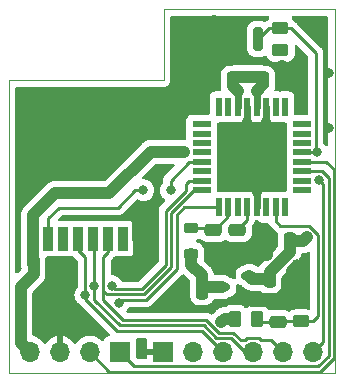
<source format=gbr>
G04 #@! TF.GenerationSoftware,KiCad,Pcbnew,(6.0.11)*
G04 #@! TF.CreationDate,2023-02-28T22:09:58+01:00*
G04 #@! TF.ProjectId,atmega328p-au--e01c-ml01s--bme280--cr2032,61746d65-6761-4333-9238-702d61752d2d,rev?*
G04 #@! TF.SameCoordinates,Original*
G04 #@! TF.FileFunction,Copper,L1,Top*
G04 #@! TF.FilePolarity,Positive*
%FSLAX46Y46*%
G04 Gerber Fmt 4.6, Leading zero omitted, Abs format (unit mm)*
G04 Created by KiCad (PCBNEW (6.0.11)) date 2023-02-28 22:09:58*
%MOMM*%
%LPD*%
G01*
G04 APERTURE LIST*
G04 Aperture macros list*
%AMRoundRect*
0 Rectangle with rounded corners*
0 $1 Rounding radius*
0 $2 $3 $4 $5 $6 $7 $8 $9 X,Y pos of 4 corners*
0 Add a 4 corners polygon primitive as box body*
4,1,4,$2,$3,$4,$5,$6,$7,$8,$9,$2,$3,0*
0 Add four circle primitives for the rounded corners*
1,1,$1+$1,$2,$3*
1,1,$1+$1,$4,$5*
1,1,$1+$1,$6,$7*
1,1,$1+$1,$8,$9*
0 Add four rect primitives between the rounded corners*
20,1,$1+$1,$2,$3,$4,$5,0*
20,1,$1+$1,$4,$5,$6,$7,0*
20,1,$1+$1,$6,$7,$8,$9,0*
20,1,$1+$1,$8,$9,$2,$3,0*%
G04 Aperture macros list end*
G04 #@! TA.AperFunction,NonConductor*
%ADD10C,0.100000*%
G04 #@! TD*
G04 #@! TA.AperFunction,SMDPad,CuDef*
%ADD11RoundRect,0.250000X0.450000X-0.262500X0.450000X0.262500X-0.450000X0.262500X-0.450000X-0.262500X0*%
G04 #@! TD*
G04 #@! TA.AperFunction,SMDPad,CuDef*
%ADD12RoundRect,0.250000X-0.262500X-0.450000X0.262500X-0.450000X0.262500X0.450000X-0.262500X0.450000X0*%
G04 #@! TD*
G04 #@! TA.AperFunction,SMDPad,CuDef*
%ADD13RoundRect,0.250000X0.475000X-0.250000X0.475000X0.250000X-0.475000X0.250000X-0.475000X-0.250000X0*%
G04 #@! TD*
G04 #@! TA.AperFunction,SMDPad,CuDef*
%ADD14R,0.900000X2.000000*%
G04 #@! TD*
G04 #@! TA.AperFunction,SMDPad,CuDef*
%ADD15RoundRect,0.250000X-0.250000X-0.475000X0.250000X-0.475000X0.250000X0.475000X-0.250000X0.475000X0*%
G04 #@! TD*
G04 #@! TA.AperFunction,SMDPad,CuDef*
%ADD16RoundRect,0.250000X-0.475000X0.250000X-0.475000X-0.250000X0.475000X-0.250000X0.475000X0.250000X0*%
G04 #@! TD*
G04 #@! TA.AperFunction,ComponentPad*
%ADD17R,1.700000X1.700000*%
G04 #@! TD*
G04 #@! TA.AperFunction,ComponentPad*
%ADD18O,1.700000X1.700000*%
G04 #@! TD*
G04 #@! TA.AperFunction,SMDPad,CuDef*
%ADD19RoundRect,0.250000X0.250000X0.475000X-0.250000X0.475000X-0.250000X-0.475000X0.250000X-0.475000X0*%
G04 #@! TD*
G04 #@! TA.AperFunction,SMDPad,CuDef*
%ADD20RoundRect,0.150000X0.512500X0.150000X-0.512500X0.150000X-0.512500X-0.150000X0.512500X-0.150000X0*%
G04 #@! TD*
G04 #@! TA.AperFunction,SMDPad,CuDef*
%ADD21RoundRect,0.218750X0.381250X-0.218750X0.381250X0.218750X-0.381250X0.218750X-0.381250X-0.218750X0*%
G04 #@! TD*
G04 #@! TA.AperFunction,SMDPad,CuDef*
%ADD22RoundRect,0.200000X0.200000X0.800000X-0.200000X0.800000X-0.200000X-0.800000X0.200000X-0.800000X0*%
G04 #@! TD*
G04 #@! TA.AperFunction,SMDPad,CuDef*
%ADD23R,0.550000X1.600000*%
G04 #@! TD*
G04 #@! TA.AperFunction,SMDPad,CuDef*
%ADD24R,1.600000X0.550000*%
G04 #@! TD*
G04 #@! TA.AperFunction,ViaPad*
%ADD25C,1.000000*%
G04 #@! TD*
G04 #@! TA.AperFunction,ViaPad*
%ADD26C,0.800000*%
G04 #@! TD*
G04 #@! TA.AperFunction,Conductor*
%ADD27C,1.000000*%
G04 #@! TD*
G04 #@! TA.AperFunction,Conductor*
%ADD28C,0.250000*%
G04 #@! TD*
G04 #@! TA.AperFunction,Conductor*
%ADD29C,0.600000*%
G04 #@! TD*
G04 APERTURE END LIST*
D10*
X122723000Y-92395000D02*
X95123000Y-92395000D01*
X95123000Y-67595000D01*
X108223000Y-67595000D01*
X108223000Y-61595000D01*
X122723000Y-61595000D01*
X122723000Y-92395000D01*
D11*
X119854250Y-86182500D03*
X119854250Y-88007500D03*
D12*
X116116750Y-87795000D03*
X114291750Y-87795000D03*
D13*
X117904250Y-86145000D03*
X117904250Y-88045000D03*
D14*
X97173000Y-80995000D03*
X98443000Y-80995000D03*
X99713000Y-80995000D03*
X100983000Y-80995000D03*
X102253000Y-80995000D03*
X103523000Y-80995000D03*
X104793000Y-80995000D03*
X106063000Y-80995000D03*
D15*
X111504250Y-85395000D03*
X109604250Y-85395000D03*
D16*
X112454250Y-82145000D03*
X112454250Y-80245000D03*
D17*
X104523000Y-90595000D03*
D18*
X101983000Y-90595000D03*
X99443000Y-90595000D03*
X96903000Y-90595000D03*
D19*
X117204250Y-84395000D03*
X119104250Y-84395000D03*
D15*
X118904250Y-81195000D03*
X117004250Y-81195000D03*
D20*
X115491750Y-86045000D03*
X115491750Y-84145000D03*
X113216750Y-85095000D03*
D19*
X99117214Y-83215336D03*
X97217214Y-83215336D03*
D21*
X110554250Y-80132500D03*
X110554250Y-82257500D03*
D22*
X116223000Y-64095000D03*
X112023000Y-64095000D03*
D17*
X108165733Y-90595000D03*
D18*
X110705733Y-90595000D03*
X113245733Y-90595000D03*
X115785733Y-90595000D03*
X118325733Y-90595000D03*
X120865733Y-90595000D03*
D15*
X116673000Y-67595000D03*
X118573000Y-67595000D03*
D19*
X114073000Y-67595000D03*
X112173000Y-67595000D03*
D16*
X114454250Y-80245000D03*
X114454250Y-82145000D03*
D23*
X118512733Y-69845000D03*
X117712733Y-69845000D03*
X116912733Y-69845000D03*
X116112733Y-69845000D03*
X115312733Y-69845000D03*
X114512733Y-69845000D03*
X113712733Y-69845000D03*
X112912733Y-69845000D03*
D24*
X111462733Y-71295000D03*
X111462733Y-72095000D03*
X111462733Y-72895000D03*
X111462733Y-73695000D03*
X111462733Y-74495000D03*
X111462733Y-75295000D03*
X111462733Y-76095000D03*
X111462733Y-76895000D03*
D23*
X112912733Y-78345000D03*
X113712733Y-78345000D03*
X114512733Y-78345000D03*
X115312733Y-78345000D03*
X116112733Y-78345000D03*
X116912733Y-78345000D03*
X117712733Y-78345000D03*
X118512733Y-78345000D03*
D24*
X119962733Y-76895000D03*
X119962733Y-76095000D03*
X119962733Y-75295000D03*
X119962733Y-74495000D03*
X119962733Y-73695000D03*
X119962733Y-72895000D03*
X119962733Y-72095000D03*
X119962733Y-71295000D03*
D11*
X118123000Y-65007500D03*
X118123000Y-63182500D03*
D25*
X102723000Y-74445000D03*
X102723000Y-71345000D03*
X96623000Y-71345000D03*
X108723000Y-71045000D03*
X99473000Y-88445000D03*
X106073000Y-79345000D03*
X97573000Y-76395000D03*
X96323000Y-77645000D03*
X107773000Y-75295000D03*
X109923000Y-73645000D03*
D26*
X119923000Y-85245000D03*
D25*
X113104250Y-88095000D03*
X115323000Y-67295000D03*
X110554250Y-83195000D03*
D26*
X122223000Y-71595000D03*
D25*
X116654250Y-86295000D03*
X119503036Y-83225955D03*
X116123000Y-76995000D03*
X99017214Y-84515336D03*
D26*
X122223000Y-66995000D03*
D25*
X113254250Y-83095000D03*
X118223000Y-66395000D03*
X109604250Y-86645000D03*
X116954250Y-82395000D03*
X112523000Y-62595000D03*
X116923000Y-71195000D03*
X112523000Y-66295000D03*
X115854250Y-81695000D03*
X115323000Y-71195000D03*
X106123000Y-82495000D03*
D26*
X121523000Y-62595000D03*
X104423000Y-86444500D03*
X101598500Y-85759544D03*
X103847500Y-84995000D03*
X102323000Y-84995000D03*
D25*
X120354250Y-80895000D03*
D26*
X121362235Y-76019500D03*
X121223000Y-73695000D03*
X108823500Y-76895000D03*
X106523500Y-76895000D03*
D27*
X106063000Y-80995000D02*
X106063000Y-79355000D01*
X106063000Y-79355000D02*
X106073000Y-79345000D01*
D28*
X115312733Y-78345000D02*
X115312733Y-79386517D01*
X115312733Y-79386517D02*
X114454250Y-80245000D01*
X113712733Y-78345000D02*
X113712733Y-79115534D01*
X112910500Y-79917767D02*
X112910500Y-80132500D01*
X113712733Y-79115534D02*
X112910500Y-79917767D01*
D27*
X119854250Y-86182500D02*
X119854250Y-85313750D01*
X119854250Y-85313750D02*
X119923000Y-85245000D01*
X119104250Y-84395000D02*
X119104250Y-84426250D01*
X119104250Y-84426250D02*
X119923000Y-85245000D01*
X117904250Y-86145000D02*
X116804250Y-86145000D01*
X116804250Y-86145000D02*
X116654250Y-86295000D01*
X111473000Y-84545000D02*
X111473000Y-84113750D01*
X111473000Y-84113750D02*
X110554250Y-83195000D01*
X111504250Y-85395000D02*
X111473000Y-85363750D01*
X111473000Y-85363750D02*
X111473000Y-84195000D01*
D28*
X113245733Y-90595000D02*
X111445733Y-88795000D01*
X111445733Y-88795000D02*
X104311202Y-88795000D01*
X104311202Y-88795000D02*
X101598000Y-86081798D01*
X101598000Y-86081798D02*
X101598000Y-82570000D01*
X101598000Y-82570000D02*
X100983000Y-81955000D01*
X100983000Y-81955000D02*
X100983000Y-80995000D01*
X111462733Y-76895000D02*
X110809396Y-76895000D01*
X110809396Y-76895000D02*
X108898000Y-78806396D01*
X108898000Y-78806396D02*
X108898000Y-83383604D01*
X103448000Y-85720000D02*
X103123000Y-85395000D01*
X108898000Y-83383604D02*
X106561604Y-85720000D01*
X106561604Y-85720000D02*
X103448000Y-85720000D01*
X103123000Y-82545000D02*
X103523000Y-82145000D01*
X103523000Y-82145000D02*
X103523000Y-80995000D01*
X103123000Y-85395000D02*
X103123000Y-82545000D01*
X104423000Y-86444500D02*
X104697500Y-86170000D01*
X104697500Y-86170000D02*
X106748000Y-86170000D01*
X106748000Y-86170000D02*
X109348000Y-83570000D01*
X109348000Y-83570000D02*
X109348000Y-78992792D01*
X109348000Y-78992792D02*
X109995792Y-78345000D01*
X109995792Y-78345000D02*
X112912733Y-78345000D01*
X103847500Y-84995000D02*
X104122500Y-85270000D01*
X104122500Y-85270000D02*
X106375208Y-85270000D01*
X106375208Y-85270000D02*
X108448000Y-83197208D01*
X108448000Y-83197208D02*
X108448000Y-78620000D01*
X108448000Y-78620000D02*
X110136604Y-76931396D01*
X110136604Y-76931396D02*
X110136604Y-76371129D01*
X110136604Y-76371129D02*
X110412733Y-76095000D01*
X110412733Y-76095000D02*
X111462733Y-76095000D01*
D27*
X97217214Y-83215336D02*
X97217214Y-84000786D01*
X97217214Y-84000786D02*
X96123000Y-85095000D01*
X96123000Y-89815000D02*
X96903000Y-90595000D01*
X96123000Y-85095000D02*
X96123000Y-89815000D01*
X97173000Y-80995000D02*
X97173000Y-78995000D01*
X97173000Y-78995000D02*
X99023000Y-77145000D01*
X107123000Y-73645000D02*
X109923000Y-73645000D01*
X99023000Y-77145000D02*
X103623000Y-77145000D01*
X103623000Y-77145000D02*
X107123000Y-73645000D01*
D28*
X119854250Y-88007500D02*
X120860500Y-88007500D01*
X120860500Y-88007500D02*
X121298000Y-87570000D01*
X118123000Y-79895000D02*
X117712733Y-79484733D01*
X121298000Y-87570000D02*
X121298000Y-80672024D01*
X121298000Y-80672024D02*
X120520976Y-79895000D01*
X120520976Y-79895000D02*
X118123000Y-79895000D01*
X117712733Y-79484733D02*
X117712733Y-78345000D01*
D27*
X109604250Y-86645000D02*
X109604250Y-85395000D01*
X113216750Y-85095000D02*
X111804250Y-85095000D01*
X111804250Y-85095000D02*
X111504250Y-85395000D01*
X116654250Y-86295000D02*
X115741750Y-86295000D01*
X115741750Y-86295000D02*
X115491750Y-86045000D01*
D28*
X117904250Y-88045000D02*
X116366750Y-88045000D01*
X119854250Y-88007500D02*
X117941750Y-88007500D01*
D27*
X117204250Y-84395000D02*
X115741750Y-84395000D01*
X115741750Y-84395000D02*
X115491750Y-84145000D01*
X114291750Y-87795000D02*
X113404250Y-87795000D01*
X113404250Y-87795000D02*
X113104250Y-88095000D01*
D28*
X118325733Y-90595000D02*
X117325733Y-89595000D01*
X117325733Y-89595000D02*
X116447434Y-89595000D01*
X114134396Y-88970000D02*
X112893525Y-88970000D01*
X112893525Y-88970000D02*
X111818525Y-87895000D01*
X116447434Y-89595000D02*
X116272434Y-89420000D01*
X103123000Y-86195805D02*
X103123000Y-84095000D01*
X116272434Y-89420000D02*
X115299032Y-89420000D01*
X104822195Y-87895000D02*
X103123000Y-86195805D01*
X115299032Y-89420000D02*
X115124032Y-89595000D01*
X114759396Y-89595000D02*
X114134396Y-88970000D01*
X115124032Y-89595000D02*
X114759396Y-89595000D01*
X111818525Y-87895000D02*
X104822195Y-87895000D01*
D27*
X119104250Y-83695000D02*
X119104250Y-84395000D01*
X119503036Y-83296214D02*
X119104250Y-83695000D01*
X118904250Y-81195000D02*
X118904250Y-82095000D01*
X118904250Y-82095000D02*
X118554250Y-82445000D01*
X118554250Y-82492056D02*
X117204250Y-83842056D01*
X118554250Y-82445000D02*
X118554250Y-82492056D01*
X116954250Y-82395000D02*
X117004250Y-82345000D01*
X117004250Y-82345000D02*
X117004250Y-81195000D01*
D28*
X105723000Y-91795000D02*
X121327434Y-91795000D01*
X122198000Y-90924434D02*
X122198000Y-75829960D01*
X121327434Y-91795000D02*
X122198000Y-90924434D01*
X121663040Y-75295000D02*
X119962733Y-75295000D01*
X104523000Y-90595000D02*
X105723000Y-91795000D01*
X122198000Y-75829960D02*
X121663040Y-75295000D01*
X101983000Y-90595000D02*
X103633000Y-92245000D01*
X121513830Y-92245000D02*
X122648000Y-91110830D01*
X103633000Y-92245000D02*
X121513830Y-92245000D01*
X122023000Y-74495000D02*
X119962733Y-74495000D01*
X122648000Y-75120000D02*
X122023000Y-74495000D01*
X122648000Y-91110830D02*
X122648000Y-75120000D01*
D27*
X110554250Y-83195000D02*
X110554250Y-82257500D01*
X116673000Y-67945000D02*
X116123000Y-68495000D01*
D29*
X116112733Y-69845000D02*
X116112733Y-68505267D01*
X114512733Y-69845000D02*
X114512733Y-68505267D01*
D27*
X115323000Y-67295000D02*
X114373000Y-67295000D01*
X116373000Y-67295000D02*
X115323000Y-67295000D01*
D29*
X114512733Y-68505267D02*
X114523000Y-68495000D01*
D27*
X116673000Y-67595000D02*
X116673000Y-67945000D01*
X114373000Y-67295000D02*
X114073000Y-67595000D01*
X116673000Y-67595000D02*
X116373000Y-67295000D01*
X114073000Y-68045000D02*
X114523000Y-68495000D01*
D29*
X116112733Y-68505267D02*
X116123000Y-68495000D01*
D27*
X114073000Y-67595000D02*
X114073000Y-68045000D01*
X112454250Y-82145000D02*
X114454250Y-82145000D01*
X112023000Y-64095000D02*
X112023000Y-63095000D01*
X118573000Y-66745000D02*
X118223000Y-66395000D01*
D29*
X116912733Y-71184733D02*
X116923000Y-71195000D01*
X115312733Y-71184733D02*
X115323000Y-71195000D01*
D27*
X106123000Y-81055000D02*
X106063000Y-80995000D01*
X106123000Y-82495000D02*
X106123000Y-81055000D01*
D29*
X116112733Y-78345000D02*
X116112733Y-77005267D01*
D27*
X99117214Y-84415336D02*
X99017214Y-84515336D01*
X112173000Y-67595000D02*
X112173000Y-66645000D01*
X112454250Y-82295000D02*
X113254250Y-83095000D01*
X99117214Y-83215336D02*
X99117214Y-84415336D01*
X113023000Y-82145000D02*
X113023000Y-82295000D01*
X112173000Y-66645000D02*
X112523000Y-66295000D01*
X115404250Y-82145000D02*
X115854250Y-81695000D01*
X118573000Y-67595000D02*
X118573000Y-66745000D01*
X112023000Y-63095000D02*
X112523000Y-62595000D01*
D29*
X116112733Y-77005267D02*
X116123000Y-76995000D01*
X115312733Y-69845000D02*
X115312733Y-71184733D01*
D27*
X114454250Y-82145000D02*
X115404250Y-82145000D01*
D29*
X116912733Y-69845000D02*
X116912733Y-71184733D01*
D28*
X102323000Y-84995000D02*
X102323000Y-82695000D01*
X112707129Y-89420000D02*
X111632129Y-88345000D01*
X104497598Y-88345000D02*
X102323000Y-86170402D01*
X102323000Y-81065000D02*
X102253000Y-80995000D01*
X111632129Y-88345000D02*
X104497598Y-88345000D01*
X113948000Y-89420000D02*
X112707129Y-89420000D01*
X102323000Y-82695000D02*
X102323000Y-81065000D01*
X115785733Y-90595000D02*
X115123000Y-90595000D01*
X115123000Y-90595000D02*
X113948000Y-89420000D01*
X102323000Y-86170402D02*
X102323000Y-84995000D01*
D27*
X118904250Y-81195000D02*
X120054250Y-81195000D01*
X120054250Y-81195000D02*
X120354250Y-80895000D01*
D28*
X121023000Y-73695000D02*
X119962733Y-73695000D01*
X121748000Y-76405265D02*
X121748000Y-89712733D01*
X116223000Y-64095000D02*
X117135500Y-63182500D01*
X121123000Y-65295000D02*
X121123000Y-73595000D01*
X118123000Y-63182500D02*
X119010500Y-63182500D01*
X117135500Y-63182500D02*
X118123000Y-63182500D01*
X121123000Y-73595000D02*
X121023000Y-73695000D01*
X121362235Y-76019500D02*
X121748000Y-76405265D01*
X119010500Y-63182500D02*
X121123000Y-65295000D01*
X121748000Y-89712733D02*
X120865733Y-90595000D01*
X121223000Y-73695000D02*
X121023000Y-73695000D01*
D27*
X97173000Y-83171122D02*
X97217214Y-83215336D01*
X97173000Y-80995000D02*
X97173000Y-83171122D01*
D28*
X110554250Y-80132500D02*
X112341750Y-80132500D01*
X99348000Y-78370000D02*
X98443000Y-79275000D01*
X104348000Y-78370000D02*
X99348000Y-78370000D01*
X111462733Y-74495000D02*
X110412733Y-74495000D01*
X105823000Y-76895000D02*
X104348000Y-78370000D01*
X108823500Y-76084233D02*
X108823500Y-76895000D01*
X110412733Y-74495000D02*
X108823500Y-76084233D01*
X98443000Y-79275000D02*
X98443000Y-80995000D01*
X106523500Y-76895000D02*
X105823000Y-76895000D01*
G04 #@! TA.AperFunction,Conductor*
G36*
X106778139Y-89448502D02*
G01*
X106824632Y-89502158D01*
X106834736Y-89572432D01*
X106828000Y-89598728D01*
X106817256Y-89627388D01*
X106813628Y-89642649D01*
X106808102Y-89693514D01*
X106807733Y-89700328D01*
X106807733Y-90322885D01*
X106812208Y-90338124D01*
X106813598Y-90339329D01*
X106821281Y-90341000D01*
X108293733Y-90341000D01*
X108361854Y-90361002D01*
X108408347Y-90414658D01*
X108419733Y-90467000D01*
X108419733Y-90723000D01*
X108399731Y-90791121D01*
X108346075Y-90837614D01*
X108293733Y-90849000D01*
X106825849Y-90849000D01*
X106810610Y-90853475D01*
X106809405Y-90854865D01*
X106807734Y-90862548D01*
X106807734Y-91035500D01*
X106787732Y-91103621D01*
X106734076Y-91150114D01*
X106681734Y-91161500D01*
X106037595Y-91161500D01*
X105969474Y-91141498D01*
X105948500Y-91124595D01*
X105918405Y-91094500D01*
X105884379Y-91032188D01*
X105881500Y-91005405D01*
X105881500Y-89696866D01*
X105874745Y-89634684D01*
X105861266Y-89598728D01*
X105856083Y-89527924D01*
X105890003Y-89465554D01*
X105952258Y-89431425D01*
X105979248Y-89428500D01*
X106710018Y-89428500D01*
X106778139Y-89448502D01*
G37*
G04 #@! TD.AperFunction*
G04 #@! TA.AperFunction,Conductor*
G36*
X100392224Y-82485326D02*
G01*
X100422684Y-82496745D01*
X100484866Y-82503500D01*
X100583406Y-82503500D01*
X100651527Y-82523502D01*
X100672501Y-82540405D01*
X100927595Y-82795499D01*
X100961621Y-82857811D01*
X100964500Y-82884594D01*
X100964500Y-85057575D01*
X100944498Y-85125696D01*
X100932136Y-85141885D01*
X100859460Y-85222600D01*
X100825406Y-85281584D01*
X100787631Y-85347012D01*
X100763973Y-85387988D01*
X100704958Y-85569616D01*
X100704268Y-85576177D01*
X100704268Y-85576179D01*
X100698769Y-85628500D01*
X100684996Y-85759544D01*
X100685686Y-85766109D01*
X100699894Y-85901287D01*
X100704958Y-85949472D01*
X100763973Y-86131100D01*
X100859460Y-86296488D01*
X100863878Y-86301395D01*
X100863879Y-86301396D01*
X100901612Y-86343303D01*
X100987247Y-86438410D01*
X101141748Y-86550662D01*
X101147781Y-86553348D01*
X101147786Y-86553351D01*
X101173073Y-86564610D01*
X101210919Y-86590621D01*
X103648114Y-89027817D01*
X103682140Y-89090129D01*
X103677075Y-89160945D01*
X103634528Y-89217780D01*
X103578090Y-89240021D01*
X103578222Y-89240575D01*
X103574347Y-89241496D01*
X103572625Y-89242175D01*
X103570541Y-89242401D01*
X103570537Y-89242402D01*
X103562684Y-89243255D01*
X103426295Y-89294385D01*
X103309739Y-89381739D01*
X103222385Y-89498295D01*
X103219233Y-89506703D01*
X103177919Y-89616907D01*
X103135277Y-89673671D01*
X103068716Y-89698371D01*
X102999367Y-89683163D01*
X102966743Y-89657476D01*
X102916151Y-89601875D01*
X102916142Y-89601866D01*
X102912670Y-89598051D01*
X102908619Y-89594852D01*
X102908615Y-89594848D01*
X102741414Y-89462800D01*
X102741410Y-89462798D01*
X102737359Y-89459598D01*
X102701028Y-89439542D01*
X102681025Y-89428500D01*
X102541789Y-89351638D01*
X102536920Y-89349914D01*
X102536916Y-89349912D01*
X102336087Y-89278795D01*
X102336083Y-89278794D01*
X102331212Y-89277069D01*
X102326119Y-89276162D01*
X102326116Y-89276161D01*
X102116373Y-89238800D01*
X102116367Y-89238799D01*
X102111284Y-89237894D01*
X102037452Y-89236992D01*
X101893081Y-89235228D01*
X101893079Y-89235228D01*
X101887911Y-89235165D01*
X101667091Y-89268955D01*
X101454756Y-89338357D01*
X101256607Y-89441507D01*
X101252474Y-89444610D01*
X101252471Y-89444612D01*
X101141510Y-89527924D01*
X101077965Y-89575635D01*
X101052541Y-89602240D01*
X100984280Y-89673671D01*
X100923629Y-89737138D01*
X100816204Y-89894618D01*
X100815898Y-89895066D01*
X100760987Y-89940069D01*
X100690462Y-89948240D01*
X100626715Y-89916986D01*
X100606018Y-89892502D01*
X100525426Y-89767926D01*
X100519136Y-89759757D01*
X100375806Y-89602240D01*
X100368273Y-89595215D01*
X100201139Y-89463222D01*
X100192552Y-89457517D01*
X100006117Y-89354599D01*
X99996705Y-89350369D01*
X99795959Y-89279280D01*
X99785988Y-89276646D01*
X99714837Y-89263972D01*
X99701540Y-89265432D01*
X99697000Y-89279989D01*
X99697000Y-90723000D01*
X99676998Y-90791121D01*
X99623342Y-90837614D01*
X99571000Y-90849000D01*
X99315000Y-90849000D01*
X99246879Y-90828998D01*
X99200386Y-90775342D01*
X99189000Y-90723000D01*
X99189000Y-89278102D01*
X99185082Y-89264758D01*
X99170806Y-89262771D01*
X99132324Y-89268660D01*
X99122288Y-89271051D01*
X98919868Y-89337212D01*
X98910359Y-89341209D01*
X98721463Y-89439542D01*
X98712738Y-89445036D01*
X98542433Y-89572905D01*
X98534726Y-89579748D01*
X98387590Y-89733717D01*
X98381109Y-89741722D01*
X98276498Y-89895074D01*
X98221587Y-89940076D01*
X98151062Y-89948247D01*
X98087315Y-89916993D01*
X98066618Y-89892509D01*
X97985822Y-89767617D01*
X97985820Y-89767614D01*
X97983014Y-89763277D01*
X97832670Y-89598051D01*
X97828619Y-89594852D01*
X97828615Y-89594848D01*
X97661414Y-89462800D01*
X97661410Y-89462798D01*
X97657359Y-89459598D01*
X97621028Y-89439542D01*
X97601025Y-89428500D01*
X97461789Y-89351638D01*
X97456920Y-89349914D01*
X97456916Y-89349912D01*
X97256087Y-89278795D01*
X97256083Y-89278794D01*
X97251212Y-89277069D01*
X97235403Y-89274253D01*
X97171845Y-89242614D01*
X97135483Y-89181636D01*
X97131500Y-89150206D01*
X97131500Y-85564926D01*
X97151502Y-85496805D01*
X97168404Y-85475831D01*
X97886597Y-84757637D01*
X97896741Y-84748535D01*
X97921432Y-84728683D01*
X97926239Y-84724818D01*
X97958534Y-84686330D01*
X97961692Y-84682711D01*
X97963338Y-84680896D01*
X97965523Y-84678711D01*
X97967478Y-84676331D01*
X97967487Y-84676321D01*
X97992763Y-84645550D01*
X97993605Y-84644535D01*
X98049408Y-84578031D01*
X98053368Y-84573312D01*
X98055937Y-84568638D01*
X98059316Y-84564525D01*
X98062493Y-84558601D01*
X98103169Y-84482739D01*
X98103798Y-84481579D01*
X98113587Y-84463774D01*
X98130180Y-84433591D01*
X98145678Y-84405400D01*
X98145679Y-84405398D01*
X98148647Y-84399999D01*
X98150259Y-84394917D01*
X98152776Y-84390223D01*
X98179976Y-84301255D01*
X98180322Y-84300144D01*
X98183719Y-84289438D01*
X98208449Y-84211480D01*
X98209043Y-84206184D01*
X98210601Y-84201088D01*
X98220004Y-84108529D01*
X98220125Y-84107393D01*
X98224609Y-84067409D01*
X98225322Y-84061056D01*
X98225322Y-84061052D01*
X98225714Y-84057559D01*
X98225714Y-84054032D01*
X98225769Y-84053047D01*
X98226216Y-84047367D01*
X98230588Y-84004324D01*
X98226273Y-83958677D01*
X98225714Y-83946819D01*
X98225714Y-83277179D01*
X98226451Y-83263572D01*
X98229873Y-83232074D01*
X98229873Y-83232069D01*
X98230538Y-83225948D01*
X98226193Y-83176283D01*
X98225714Y-83165302D01*
X98225714Y-82689936D01*
X98225378Y-82686693D01*
X98225377Y-82686683D01*
X98220793Y-82642503D01*
X98233658Y-82572681D01*
X98282230Y-82520900D01*
X98346120Y-82503500D01*
X98941134Y-82503500D01*
X99003316Y-82496745D01*
X99033771Y-82485328D01*
X99104577Y-82480145D01*
X99122224Y-82485326D01*
X99152684Y-82496745D01*
X99214866Y-82503500D01*
X100211134Y-82503500D01*
X100273316Y-82496745D01*
X100303771Y-82485328D01*
X100374577Y-82480145D01*
X100392224Y-82485326D01*
G37*
G04 #@! TD.AperFunction*
G04 #@! TA.AperFunction,Conductor*
G36*
X120615126Y-82122448D02*
G01*
X120657038Y-82179754D01*
X120664500Y-82222470D01*
X120664500Y-86890785D01*
X120644498Y-86958906D01*
X120590842Y-87005399D01*
X120520568Y-87015503D01*
X120498833Y-87010378D01*
X120465639Y-86999368D01*
X120465637Y-86999368D01*
X120459111Y-86997203D01*
X120452275Y-86996503D01*
X120452272Y-86996502D01*
X120409219Y-86992091D01*
X120354650Y-86986500D01*
X119353850Y-86986500D01*
X119350604Y-86986837D01*
X119350600Y-86986837D01*
X119254942Y-86996762D01*
X119254938Y-86996763D01*
X119248084Y-86997474D01*
X119241548Y-86999655D01*
X119241546Y-86999655D01*
X119177406Y-87021054D01*
X119080304Y-87053450D01*
X118929902Y-87146522D01*
X118928891Y-87147534D01*
X118865325Y-87173261D01*
X118795561Y-87160089D01*
X118786758Y-87155138D01*
X118708218Y-87106725D01*
X118708216Y-87106724D01*
X118701988Y-87102885D01*
X118564571Y-87057306D01*
X118540639Y-87049368D01*
X118540637Y-87049368D01*
X118534111Y-87047203D01*
X118527275Y-87046503D01*
X118527272Y-87046502D01*
X118480773Y-87041738D01*
X118429650Y-87036500D01*
X117378850Y-87036500D01*
X117375604Y-87036837D01*
X117375600Y-87036837D01*
X117279942Y-87046762D01*
X117279938Y-87046763D01*
X117273084Y-87047474D01*
X117266542Y-87049657D01*
X117266540Y-87049657D01*
X117213531Y-87067342D01*
X117142581Y-87069927D01*
X117081497Y-87033744D01*
X117066510Y-87014122D01*
X117064291Y-87010535D01*
X116977728Y-86870652D01*
X116852553Y-86745695D01*
X116831097Y-86732469D01*
X116708218Y-86656725D01*
X116708216Y-86656724D01*
X116701988Y-86652885D01*
X116597530Y-86618238D01*
X116540639Y-86599368D01*
X116540637Y-86599368D01*
X116534111Y-86597203D01*
X116527275Y-86596503D01*
X116527272Y-86596502D01*
X116484219Y-86592091D01*
X116429650Y-86586500D01*
X115803850Y-86586500D01*
X115800604Y-86586837D01*
X115800600Y-86586837D01*
X115704942Y-86596762D01*
X115704938Y-86596763D01*
X115698084Y-86597474D01*
X115691548Y-86599655D01*
X115691546Y-86599655D01*
X115606098Y-86628163D01*
X115530304Y-86653450D01*
X115379902Y-86746522D01*
X115374729Y-86751704D01*
X115371964Y-86754474D01*
X115298814Y-86827752D01*
X115293466Y-86833109D01*
X115231184Y-86867188D01*
X115160364Y-86862185D01*
X115115275Y-86833264D01*
X115032733Y-86750866D01*
X115027553Y-86745695D01*
X115006097Y-86732469D01*
X114883218Y-86656725D01*
X114883216Y-86656724D01*
X114876988Y-86652885D01*
X114772530Y-86618238D01*
X114715639Y-86599368D01*
X114715637Y-86599368D01*
X114709111Y-86597203D01*
X114702275Y-86596503D01*
X114702272Y-86596502D01*
X114659219Y-86592091D01*
X114604650Y-86586500D01*
X113978850Y-86586500D01*
X113975604Y-86586837D01*
X113975600Y-86586837D01*
X113879942Y-86596762D01*
X113879938Y-86596763D01*
X113873084Y-86597474D01*
X113866548Y-86599655D01*
X113866546Y-86599655D01*
X113781098Y-86628163D01*
X113705304Y-86653450D01*
X113624321Y-86703564D01*
X113570280Y-86737006D01*
X113554902Y-86746522D01*
X113549729Y-86751704D01*
X113543995Y-86756249D01*
X113542588Y-86754474D01*
X113489943Y-86783271D01*
X113449461Y-86785434D01*
X113420990Y-86782341D01*
X113420983Y-86782341D01*
X113414862Y-86781676D01*
X113388612Y-86783973D01*
X113364862Y-86786050D01*
X113360036Y-86786379D01*
X113357564Y-86786500D01*
X113354481Y-86786500D01*
X113342512Y-86787674D01*
X113311744Y-86790690D01*
X113310431Y-86790812D01*
X113266166Y-86794685D01*
X113217837Y-86798913D01*
X113212718Y-86800400D01*
X113207417Y-86800920D01*
X113118416Y-86827791D01*
X113117283Y-86828126D01*
X113033836Y-86852370D01*
X113033832Y-86852372D01*
X113027914Y-86854091D01*
X113023182Y-86856544D01*
X113018081Y-86858084D01*
X113012638Y-86860978D01*
X112935990Y-86901731D01*
X112934824Y-86902343D01*
X112857797Y-86942271D01*
X112852324Y-86945108D01*
X112848161Y-86948431D01*
X112843454Y-86950934D01*
X112771332Y-87009755D01*
X112770561Y-87010378D01*
X112731277Y-87041738D01*
X112728773Y-87044242D01*
X112728055Y-87044884D01*
X112723722Y-87048585D01*
X112690188Y-87075935D01*
X112686260Y-87080683D01*
X112686259Y-87080684D01*
X112660966Y-87111258D01*
X112652978Y-87120037D01*
X112434866Y-87338150D01*
X112424723Y-87347252D01*
X112395225Y-87370968D01*
X112388625Y-87378833D01*
X112329517Y-87418158D01*
X112258529Y-87419284D01*
X112205851Y-87389688D01*
X112193846Y-87378414D01*
X112186900Y-87374595D01*
X112186897Y-87374593D01*
X112176091Y-87368652D01*
X112159572Y-87357801D01*
X112159108Y-87357441D01*
X112143566Y-87345386D01*
X112136297Y-87342241D01*
X112136293Y-87342238D01*
X112102988Y-87327826D01*
X112092338Y-87322609D01*
X112053585Y-87301305D01*
X112033962Y-87296267D01*
X112015259Y-87289863D01*
X112003945Y-87284967D01*
X112003944Y-87284967D01*
X111996670Y-87281819D01*
X111988847Y-87280580D01*
X111988837Y-87280577D01*
X111953001Y-87274901D01*
X111941381Y-87272495D01*
X111906236Y-87263472D01*
X111906235Y-87263472D01*
X111898555Y-87261500D01*
X111878301Y-87261500D01*
X111858590Y-87259949D01*
X111846411Y-87258020D01*
X111838582Y-87256780D01*
X111830690Y-87257526D01*
X111794564Y-87260941D01*
X111782706Y-87261500D01*
X105192876Y-87261500D01*
X105124755Y-87241498D01*
X105078262Y-87187842D01*
X105068158Y-87117568D01*
X105099238Y-87051192D01*
X105162040Y-86981444D01*
X105228403Y-86866500D01*
X105279785Y-86817507D01*
X105337522Y-86803500D01*
X106669233Y-86803500D01*
X106680416Y-86804027D01*
X106687909Y-86805702D01*
X106695835Y-86805453D01*
X106695836Y-86805453D01*
X106755986Y-86803562D01*
X106759945Y-86803500D01*
X106787856Y-86803500D01*
X106791791Y-86803003D01*
X106791856Y-86802995D01*
X106803693Y-86802062D01*
X106835951Y-86801048D01*
X106839970Y-86800922D01*
X106847889Y-86800673D01*
X106867343Y-86795021D01*
X106886700Y-86791013D01*
X106898930Y-86789468D01*
X106898931Y-86789468D01*
X106906797Y-86788474D01*
X106914168Y-86785555D01*
X106914170Y-86785555D01*
X106947912Y-86772196D01*
X106959142Y-86768351D01*
X106993983Y-86758229D01*
X106993984Y-86758229D01*
X107001593Y-86756018D01*
X107008412Y-86751985D01*
X107008417Y-86751983D01*
X107019028Y-86745707D01*
X107036776Y-86737012D01*
X107055617Y-86729552D01*
X107091387Y-86703564D01*
X107101307Y-86697048D01*
X107132535Y-86678580D01*
X107132538Y-86678578D01*
X107139362Y-86674542D01*
X107153683Y-86660221D01*
X107168717Y-86647380D01*
X107178694Y-86640131D01*
X107185107Y-86635472D01*
X107213298Y-86601395D01*
X107221288Y-86592616D01*
X109740247Y-84073657D01*
X109748537Y-84066113D01*
X109755018Y-84062000D01*
X109782239Y-84033013D01*
X109843450Y-83997047D01*
X109914390Y-83999884D01*
X109963184Y-84030169D01*
X110427595Y-84494579D01*
X110461620Y-84556892D01*
X110464500Y-84583675D01*
X110464500Y-85301907D01*
X110463763Y-85315514D01*
X110461933Y-85332363D01*
X110459676Y-85353138D01*
X110460213Y-85359273D01*
X110464050Y-85403138D01*
X110464379Y-85407964D01*
X110464500Y-85410436D01*
X110464500Y-85413519D01*
X110464801Y-85416587D01*
X110468690Y-85456256D01*
X110468812Y-85457569D01*
X110469839Y-85469305D01*
X110476913Y-85550163D01*
X110478400Y-85555282D01*
X110478920Y-85560583D01*
X110480703Y-85566488D01*
X110480703Y-85566489D01*
X110490372Y-85598514D01*
X110495750Y-85634932D01*
X110495750Y-85920400D01*
X110496087Y-85923646D01*
X110496087Y-85923650D01*
X110497987Y-85941956D01*
X110506724Y-86026166D01*
X110508905Y-86032702D01*
X110508905Y-86032704D01*
X110527119Y-86087298D01*
X110562700Y-86193946D01*
X110655772Y-86344348D01*
X110780947Y-86469305D01*
X110787177Y-86473145D01*
X110787178Y-86473146D01*
X110924340Y-86557694D01*
X110931512Y-86562115D01*
X110967664Y-86574106D01*
X111092861Y-86615632D01*
X111092863Y-86615632D01*
X111099389Y-86617797D01*
X111106225Y-86618497D01*
X111106228Y-86618498D01*
X111149281Y-86622909D01*
X111203850Y-86628500D01*
X111804650Y-86628500D01*
X111807896Y-86628163D01*
X111807900Y-86628163D01*
X111903558Y-86618238D01*
X111903562Y-86618237D01*
X111910416Y-86617526D01*
X111916952Y-86615345D01*
X111916954Y-86615345D01*
X112069024Y-86564610D01*
X112078196Y-86561550D01*
X112228598Y-86468478D01*
X112353555Y-86343303D01*
X112446365Y-86192738D01*
X112448669Y-86185791D01*
X112451763Y-86179156D01*
X112453999Y-86180199D01*
X112487773Y-86131462D01*
X112553341Y-86104234D01*
X112566922Y-86103500D01*
X113266519Y-86103500D01*
X113269575Y-86103200D01*
X113269582Y-86103200D01*
X113328090Y-86097463D01*
X113413583Y-86089080D01*
X113419484Y-86087298D01*
X113419486Y-86087298D01*
X113492803Y-86065162D01*
X113602919Y-86031916D01*
X113777546Y-85939066D01*
X113800285Y-85920521D01*
X113844765Y-85897168D01*
X113992851Y-85854145D01*
X114021661Y-85837107D01*
X114129230Y-85773491D01*
X114129233Y-85773489D01*
X114136057Y-85769453D01*
X114253703Y-85651807D01*
X114257739Y-85644983D01*
X114257741Y-85644980D01*
X114334358Y-85515427D01*
X114338395Y-85508601D01*
X114347916Y-85475831D01*
X114355778Y-85448769D01*
X114384812Y-85348831D01*
X114385738Y-85337072D01*
X114387557Y-85313958D01*
X114387557Y-85313950D01*
X114387750Y-85311502D01*
X114387750Y-84931127D01*
X114407752Y-84863006D01*
X114461408Y-84816513D01*
X114531682Y-84806409D01*
X114577886Y-84822672D01*
X114715649Y-84904145D01*
X114838234Y-84939759D01*
X114892176Y-84971660D01*
X114984896Y-85064380D01*
X114993997Y-85074522D01*
X115017718Y-85104025D01*
X115056206Y-85136320D01*
X115059825Y-85139478D01*
X115061640Y-85141124D01*
X115063825Y-85143309D01*
X115066205Y-85145264D01*
X115066215Y-85145273D01*
X115096986Y-85170549D01*
X115098001Y-85171391D01*
X115123442Y-85192738D01*
X115169224Y-85231154D01*
X115173898Y-85233723D01*
X115178011Y-85237102D01*
X115183448Y-85240017D01*
X115183449Y-85240018D01*
X115259797Y-85280955D01*
X115260927Y-85281568D01*
X115342537Y-85326433D01*
X115347619Y-85328045D01*
X115352313Y-85330562D01*
X115441281Y-85357762D01*
X115442309Y-85358082D01*
X115531056Y-85386235D01*
X115536352Y-85386829D01*
X115541448Y-85388387D01*
X115634007Y-85397790D01*
X115635143Y-85397911D01*
X115668758Y-85401681D01*
X115681480Y-85403108D01*
X115681484Y-85403108D01*
X115684977Y-85403500D01*
X115688504Y-85403500D01*
X115689489Y-85403555D01*
X115695169Y-85404002D01*
X115724575Y-85406989D01*
X115732087Y-85407752D01*
X115732089Y-85407752D01*
X115738212Y-85408374D01*
X115783858Y-85404059D01*
X115795717Y-85403500D01*
X116362900Y-85403500D01*
X116431021Y-85423502D01*
X116451917Y-85440326D01*
X116480947Y-85469305D01*
X116487177Y-85473145D01*
X116487178Y-85473146D01*
X116624340Y-85557694D01*
X116631512Y-85562115D01*
X116654127Y-85569616D01*
X116792861Y-85615632D01*
X116792863Y-85615632D01*
X116799389Y-85617797D01*
X116806225Y-85618497D01*
X116806228Y-85618498D01*
X116849281Y-85622909D01*
X116903850Y-85628500D01*
X117504650Y-85628500D01*
X117507896Y-85628163D01*
X117507900Y-85628163D01*
X117603558Y-85618238D01*
X117603562Y-85618237D01*
X117610416Y-85617526D01*
X117616952Y-85615345D01*
X117616954Y-85615345D01*
X117768077Y-85564926D01*
X117778196Y-85561550D01*
X117928598Y-85468478D01*
X118053555Y-85343303D01*
X118061409Y-85330562D01*
X118142525Y-85198968D01*
X118142526Y-85198966D01*
X118146365Y-85192738D01*
X118172814Y-85112995D01*
X118199882Y-85031389D01*
X118199882Y-85031387D01*
X118202047Y-85024861D01*
X118212750Y-84920400D01*
X118212750Y-84454873D01*
X118213440Y-84441703D01*
X118216961Y-84408204D01*
X118216961Y-84408202D01*
X118217605Y-84402075D01*
X118213269Y-84354430D01*
X118212750Y-84343010D01*
X118212750Y-84311981D01*
X118232752Y-84243860D01*
X118249650Y-84222891D01*
X119223638Y-83248902D01*
X119233772Y-83239809D01*
X119258468Y-83219953D01*
X119263275Y-83216088D01*
X119295570Y-83177600D01*
X119298728Y-83173981D01*
X119300374Y-83172166D01*
X119302559Y-83169981D01*
X119304514Y-83167601D01*
X119304523Y-83167591D01*
X119329799Y-83136820D01*
X119330641Y-83135805D01*
X119386444Y-83069301D01*
X119390404Y-83064582D01*
X119392973Y-83059908D01*
X119396352Y-83055795D01*
X119418384Y-83014706D01*
X119440332Y-82985153D01*
X119573634Y-82851850D01*
X119583778Y-82842748D01*
X119608468Y-82822897D01*
X119608469Y-82822896D01*
X119613275Y-82819032D01*
X119645542Y-82780578D01*
X119648722Y-82776931D01*
X119650365Y-82775119D01*
X119652559Y-82772925D01*
X119679892Y-82739651D01*
X119680598Y-82738800D01*
X119736445Y-82672244D01*
X119740404Y-82667526D01*
X119742972Y-82662856D01*
X119746353Y-82658739D01*
X119790265Y-82576842D01*
X119790874Y-82575720D01*
X119795354Y-82567572D01*
X119816214Y-82529627D01*
X119832716Y-82499611D01*
X119832718Y-82499606D01*
X119835683Y-82494213D01*
X119837294Y-82489135D01*
X119839813Y-82484437D01*
X119867003Y-82395502D01*
X119867386Y-82394272D01*
X119893621Y-82311570D01*
X119895485Y-82305694D01*
X119895919Y-82301824D01*
X119897447Y-82295926D01*
X119897628Y-82295336D01*
X119936729Y-82236077D01*
X120001661Y-82207365D01*
X120031691Y-82207027D01*
X120037507Y-82207659D01*
X120037517Y-82207659D01*
X120043638Y-82208324D01*
X120069888Y-82206027D01*
X120093638Y-82203950D01*
X120098464Y-82203621D01*
X120100936Y-82203500D01*
X120104019Y-82203500D01*
X120115988Y-82202326D01*
X120146756Y-82199310D01*
X120148069Y-82199188D01*
X120192334Y-82195315D01*
X120240663Y-82191087D01*
X120245782Y-82189600D01*
X120251083Y-82189080D01*
X120340084Y-82162209D01*
X120341217Y-82161874D01*
X120424664Y-82137630D01*
X120424668Y-82137628D01*
X120430586Y-82135909D01*
X120435318Y-82133456D01*
X120440419Y-82131916D01*
X120445861Y-82129022D01*
X120445867Y-82129020D01*
X120479349Y-82111218D01*
X120548886Y-82096899D01*
X120615126Y-82122448D01*
G37*
G04 #@! TD.AperFunction*
G04 #@! TA.AperFunction,Conductor*
G36*
X109122259Y-74673502D02*
G01*
X109168752Y-74727158D01*
X109178856Y-74797432D01*
X109149362Y-74862012D01*
X109143233Y-74868596D01*
X108431242Y-75580586D01*
X108422963Y-75588120D01*
X108416482Y-75592233D01*
X108392160Y-75618134D01*
X108369857Y-75641884D01*
X108367102Y-75644726D01*
X108347365Y-75664463D01*
X108344885Y-75667660D01*
X108337182Y-75676680D01*
X108306914Y-75708912D01*
X108303095Y-75715858D01*
X108303093Y-75715861D01*
X108297152Y-75726667D01*
X108286301Y-75743186D01*
X108273886Y-75759192D01*
X108270741Y-75766461D01*
X108270738Y-75766465D01*
X108256326Y-75799770D01*
X108251109Y-75810420D01*
X108229805Y-75849173D01*
X108227834Y-75856848D01*
X108227834Y-75856849D01*
X108224767Y-75868795D01*
X108218363Y-75887499D01*
X108210319Y-75906088D01*
X108209080Y-75913911D01*
X108209077Y-75913921D01*
X108203401Y-75949757D01*
X108200995Y-75961377D01*
X108194545Y-75986500D01*
X108190000Y-76004203D01*
X108190000Y-76024457D01*
X108188449Y-76044167D01*
X108185280Y-76064176D01*
X108186026Y-76072068D01*
X108189441Y-76108194D01*
X108190000Y-76120052D01*
X108190000Y-76192476D01*
X108169998Y-76260597D01*
X108157642Y-76276779D01*
X108084460Y-76358056D01*
X107988973Y-76523444D01*
X107929958Y-76705072D01*
X107909996Y-76895000D01*
X107910686Y-76901565D01*
X107926157Y-77048760D01*
X107929958Y-77084928D01*
X107988973Y-77266556D01*
X107992276Y-77272278D01*
X107992277Y-77272279D01*
X108011475Y-77305530D01*
X108084460Y-77431944D01*
X108212247Y-77573866D01*
X108310216Y-77645045D01*
X108316454Y-77649577D01*
X108359807Y-77705800D01*
X108365882Y-77776536D01*
X108331487Y-77840609D01*
X108055742Y-78116353D01*
X108047463Y-78123887D01*
X108040982Y-78128000D01*
X107994357Y-78177651D01*
X107991602Y-78180493D01*
X107971865Y-78200230D01*
X107969385Y-78203427D01*
X107961682Y-78212447D01*
X107931414Y-78244679D01*
X107927595Y-78251625D01*
X107927593Y-78251628D01*
X107921652Y-78262434D01*
X107910801Y-78278953D01*
X107898386Y-78294959D01*
X107895241Y-78302228D01*
X107895238Y-78302232D01*
X107880826Y-78335537D01*
X107875609Y-78346187D01*
X107854305Y-78384940D01*
X107852334Y-78392615D01*
X107852334Y-78392616D01*
X107849267Y-78404562D01*
X107842863Y-78423266D01*
X107834819Y-78441855D01*
X107833580Y-78449678D01*
X107833577Y-78449688D01*
X107827901Y-78485524D01*
X107825495Y-78497144D01*
X107821105Y-78514245D01*
X107814500Y-78539970D01*
X107814500Y-78560224D01*
X107812949Y-78579934D01*
X107809780Y-78599943D01*
X107810526Y-78607835D01*
X107813941Y-78643961D01*
X107814500Y-78655819D01*
X107814500Y-82882614D01*
X107794498Y-82950735D01*
X107777595Y-82971709D01*
X106149708Y-84599595D01*
X106087396Y-84633621D01*
X106060613Y-84636500D01*
X104762311Y-84636500D01*
X104694190Y-84616498D01*
X104653192Y-84573500D01*
X104624780Y-84524289D01*
X104586540Y-84458056D01*
X104549868Y-84417327D01*
X104463175Y-84321045D01*
X104463174Y-84321044D01*
X104458753Y-84316134D01*
X104314710Y-84211480D01*
X104309594Y-84207763D01*
X104309593Y-84207762D01*
X104304252Y-84203882D01*
X104298224Y-84201198D01*
X104298222Y-84201197D01*
X104135819Y-84128891D01*
X104135818Y-84128891D01*
X104129788Y-84126206D01*
X104020985Y-84103079D01*
X103949444Y-84087872D01*
X103949439Y-84087872D01*
X103942987Y-84086500D01*
X103882500Y-84086500D01*
X103814379Y-84066498D01*
X103767886Y-84012842D01*
X103756500Y-83960500D01*
X103756500Y-82859594D01*
X103776502Y-82791473D01*
X103793405Y-82770499D01*
X103915247Y-82648657D01*
X103923537Y-82641113D01*
X103930018Y-82637000D01*
X103976659Y-82587332D01*
X103979413Y-82584491D01*
X103999134Y-82564770D01*
X104001612Y-82561575D01*
X104009318Y-82552553D01*
X104030847Y-82529627D01*
X104084080Y-82498784D01*
X104083315Y-82496745D01*
X104083316Y-82496745D01*
X104113771Y-82485328D01*
X104184577Y-82480145D01*
X104202224Y-82485326D01*
X104232684Y-82496745D01*
X104294866Y-82503500D01*
X105291134Y-82503500D01*
X105353316Y-82496745D01*
X105489705Y-82445615D01*
X105606261Y-82358261D01*
X105693615Y-82241705D01*
X105744745Y-82105316D01*
X105751500Y-82043134D01*
X105751500Y-79946866D01*
X105744745Y-79884684D01*
X105693615Y-79748295D01*
X105606261Y-79631739D01*
X105489705Y-79544385D01*
X105353316Y-79493255D01*
X105291134Y-79486500D01*
X104294866Y-79486500D01*
X104232684Y-79493255D01*
X104202229Y-79504672D01*
X104131423Y-79509855D01*
X104113776Y-79504674D01*
X104083316Y-79493255D01*
X104021134Y-79486500D01*
X103024866Y-79486500D01*
X102962684Y-79493255D01*
X102932229Y-79504672D01*
X102861423Y-79509855D01*
X102843776Y-79504674D01*
X102813316Y-79493255D01*
X102751134Y-79486500D01*
X101754866Y-79486500D01*
X101692684Y-79493255D01*
X101662229Y-79504672D01*
X101591423Y-79509855D01*
X101573776Y-79504674D01*
X101543316Y-79493255D01*
X101481134Y-79486500D01*
X100484866Y-79486500D01*
X100422684Y-79493255D01*
X100392229Y-79504672D01*
X100321423Y-79509855D01*
X100303776Y-79504674D01*
X100273316Y-79493255D01*
X100211134Y-79486500D01*
X99431594Y-79486500D01*
X99363473Y-79466498D01*
X99316980Y-79412842D01*
X99306876Y-79342568D01*
X99336370Y-79277988D01*
X99342499Y-79271405D01*
X99573499Y-79040405D01*
X99635811Y-79006379D01*
X99662594Y-79003500D01*
X104269233Y-79003500D01*
X104280416Y-79004027D01*
X104287909Y-79005702D01*
X104295835Y-79005453D01*
X104295836Y-79005453D01*
X104355986Y-79003562D01*
X104359945Y-79003500D01*
X104387856Y-79003500D01*
X104391791Y-79003003D01*
X104391856Y-79002995D01*
X104403693Y-79002062D01*
X104435951Y-79001048D01*
X104439970Y-79000922D01*
X104447889Y-79000673D01*
X104467343Y-78995021D01*
X104486700Y-78991013D01*
X104498930Y-78989468D01*
X104498931Y-78989468D01*
X104506797Y-78988474D01*
X104514168Y-78985555D01*
X104514170Y-78985555D01*
X104547912Y-78972196D01*
X104559142Y-78968351D01*
X104593983Y-78958229D01*
X104593984Y-78958229D01*
X104601593Y-78956018D01*
X104608412Y-78951985D01*
X104608417Y-78951983D01*
X104619028Y-78945707D01*
X104636776Y-78937012D01*
X104655617Y-78929552D01*
X104691387Y-78903564D01*
X104701307Y-78897048D01*
X104732535Y-78878580D01*
X104732538Y-78878578D01*
X104739362Y-78874542D01*
X104753683Y-78860221D01*
X104768717Y-78847380D01*
X104778694Y-78840131D01*
X104785107Y-78835472D01*
X104813298Y-78801395D01*
X104821288Y-78792616D01*
X105910790Y-77703115D01*
X105973102Y-77669089D01*
X106043918Y-77674154D01*
X106062024Y-77682686D01*
X106066748Y-77686118D01*
X106072774Y-77688801D01*
X106179637Y-77736379D01*
X106241212Y-77763794D01*
X106334612Y-77783647D01*
X106421556Y-77802128D01*
X106421561Y-77802128D01*
X106428013Y-77803500D01*
X106618987Y-77803500D01*
X106625439Y-77802128D01*
X106625444Y-77802128D01*
X106712388Y-77783647D01*
X106805788Y-77763794D01*
X106811819Y-77761109D01*
X106974222Y-77688803D01*
X106974224Y-77688802D01*
X106980252Y-77686118D01*
X107134753Y-77573866D01*
X107262540Y-77431944D01*
X107335525Y-77305530D01*
X107354723Y-77272279D01*
X107354724Y-77272278D01*
X107358027Y-77266556D01*
X107417042Y-77084928D01*
X107420844Y-77048760D01*
X107436314Y-76901565D01*
X107437004Y-76895000D01*
X107417042Y-76705072D01*
X107358027Y-76523444D01*
X107262540Y-76358056D01*
X107212118Y-76302056D01*
X107139175Y-76221045D01*
X107139174Y-76221044D01*
X107134753Y-76216134D01*
X106980252Y-76103882D01*
X106974224Y-76101198D01*
X106974222Y-76101197D01*
X106811819Y-76028891D01*
X106811818Y-76028891D01*
X106805788Y-76026206D01*
X106702273Y-76004203D01*
X106625444Y-75987872D01*
X106625439Y-75987872D01*
X106618987Y-75986500D01*
X106511925Y-75986500D01*
X106443804Y-75966498D01*
X106397311Y-75912842D01*
X106387207Y-75842568D01*
X106416701Y-75777988D01*
X106422830Y-75771405D01*
X107503830Y-74690405D01*
X107566142Y-74656379D01*
X107592925Y-74653500D01*
X109054138Y-74653500D01*
X109122259Y-74673502D01*
G37*
G04 #@! TD.AperFunction*
G04 #@! TA.AperFunction,Conductor*
G36*
X116201878Y-79413504D02*
G01*
X116213558Y-79426984D01*
X116274472Y-79508261D01*
X116391028Y-79595615D01*
X116527417Y-79646745D01*
X116589599Y-79653500D01*
X117008324Y-79653500D01*
X117076445Y-79673502D01*
X117123962Y-79729461D01*
X117124502Y-79730709D01*
X117126715Y-79738326D01*
X117130753Y-79745153D01*
X117130753Y-79745154D01*
X117137026Y-79755761D01*
X117145721Y-79773509D01*
X117153181Y-79792350D01*
X117157843Y-79798766D01*
X117157843Y-79798767D01*
X117179169Y-79828120D01*
X117185685Y-79838040D01*
X117208191Y-79876095D01*
X117222512Y-79890416D01*
X117235352Y-79905449D01*
X117247261Y-79921840D01*
X117253367Y-79926891D01*
X117281338Y-79950031D01*
X117290117Y-79958021D01*
X117619343Y-80287247D01*
X117626887Y-80295537D01*
X117631000Y-80302018D01*
X117636777Y-80307443D01*
X117680667Y-80348658D01*
X117683509Y-80351413D01*
X117703230Y-80371134D01*
X117706425Y-80373612D01*
X117715447Y-80381318D01*
X117747679Y-80411586D01*
X117754628Y-80415406D01*
X117765432Y-80421346D01*
X117781956Y-80432199D01*
X117797959Y-80444613D01*
X117828962Y-80458030D01*
X117883535Y-80503438D01*
X117904895Y-80571146D01*
X117904264Y-80586501D01*
X117895750Y-80669600D01*
X117895750Y-81135127D01*
X117895060Y-81148297D01*
X117890895Y-81187925D01*
X117891454Y-81194065D01*
X117895231Y-81235570D01*
X117895750Y-81246990D01*
X117895750Y-81619975D01*
X117875748Y-81688096D01*
X117853969Y-81712317D01*
X117854434Y-81712792D01*
X117850032Y-81717103D01*
X117845225Y-81720968D01*
X117841258Y-81725696D01*
X117812959Y-81759421D01*
X117809778Y-81763069D01*
X117808135Y-81764881D01*
X117805941Y-81767075D01*
X117778608Y-81800349D01*
X117777946Y-81801147D01*
X117718096Y-81872474D01*
X117715528Y-81877144D01*
X117712147Y-81881261D01*
X117690112Y-81922356D01*
X117668166Y-81951905D01*
X117058491Y-82561581D01*
X116455941Y-83164131D01*
X116453988Y-83166508D01*
X116453984Y-83166513D01*
X116447850Y-83173981D01*
X116362147Y-83278317D01*
X116347763Y-83305143D01*
X116297947Y-83355725D01*
X116228690Y-83371345D01*
X116201568Y-83366598D01*
X116164142Y-83355725D01*
X116120374Y-83343009D01*
X116075552Y-83319377D01*
X116055489Y-83302897D01*
X115900798Y-83219953D01*
X115886620Y-83212351D01*
X115886619Y-83212351D01*
X115881187Y-83209438D01*
X115764236Y-83173682D01*
X115697950Y-83153416D01*
X115697948Y-83153416D01*
X115692052Y-83151613D01*
X115634199Y-83145736D01*
X115501416Y-83132248D01*
X115501411Y-83132248D01*
X115495288Y-83131626D01*
X115371225Y-83143354D01*
X115304521Y-83149659D01*
X115304519Y-83149659D01*
X115298388Y-83150239D01*
X115232164Y-83169981D01*
X115114757Y-83204981D01*
X115114755Y-83204982D01*
X115108854Y-83206741D01*
X114933904Y-83298982D01*
X114929120Y-83302856D01*
X114929117Y-83302858D01*
X114908459Y-83319587D01*
X114864318Y-83342663D01*
X114723262Y-83383643D01*
X114723260Y-83383644D01*
X114715649Y-83385855D01*
X114708822Y-83389892D01*
X114708823Y-83389892D01*
X114579270Y-83466509D01*
X114579267Y-83466511D01*
X114572443Y-83470547D01*
X114454797Y-83588193D01*
X114450761Y-83595017D01*
X114450759Y-83595020D01*
X114387143Y-83702589D01*
X114370105Y-83731399D01*
X114323688Y-83891169D01*
X114323184Y-83897574D01*
X114323183Y-83897579D01*
X114320943Y-83926042D01*
X114320750Y-83928498D01*
X114320750Y-84308873D01*
X114300748Y-84376994D01*
X114247092Y-84423487D01*
X114176818Y-84433591D01*
X114130614Y-84417328D01*
X113992851Y-84335855D01*
X113985241Y-84333644D01*
X113985236Y-84333642D01*
X113847342Y-84293581D01*
X113801501Y-84269104D01*
X113793995Y-84262805D01*
X113793991Y-84262802D01*
X113789276Y-84258846D01*
X113615963Y-84163567D01*
X113610096Y-84161706D01*
X113610094Y-84161705D01*
X113433314Y-84105627D01*
X113433313Y-84105627D01*
X113427444Y-84103765D01*
X113273523Y-84086500D01*
X112598470Y-84086500D01*
X112530349Y-84066498D01*
X112483856Y-84012842D01*
X112472949Y-83971481D01*
X112471829Y-83958677D01*
X112469087Y-83927337D01*
X112467600Y-83922218D01*
X112467080Y-83916917D01*
X112440209Y-83827916D01*
X112439874Y-83826783D01*
X112415630Y-83743336D01*
X112415628Y-83743332D01*
X112413909Y-83737414D01*
X112411456Y-83732682D01*
X112409916Y-83727581D01*
X112366269Y-83645490D01*
X112365657Y-83644324D01*
X112325729Y-83567297D01*
X112322892Y-83561824D01*
X112319569Y-83557661D01*
X112317066Y-83552954D01*
X112258261Y-83480852D01*
X112257433Y-83479825D01*
X112228469Y-83443542D01*
X112228464Y-83443537D01*
X112226262Y-83440778D01*
X112223761Y-83438277D01*
X112223119Y-83437559D01*
X112219406Y-83433211D01*
X112211642Y-83423691D01*
X112192065Y-83399688D01*
X112187323Y-83395765D01*
X112187321Y-83395763D01*
X112156727Y-83370453D01*
X112147947Y-83362463D01*
X111647117Y-82861633D01*
X111613091Y-82799321D01*
X111616619Y-82732870D01*
X111650322Y-82631262D01*
X111650322Y-82631260D01*
X111652488Y-82624731D01*
X111662750Y-82524572D01*
X111662750Y-81990428D01*
X111652228Y-81889018D01*
X111598558Y-81728151D01*
X111509321Y-81583945D01*
X111389303Y-81464136D01*
X111244942Y-81375151D01*
X111237993Y-81372846D01*
X111090512Y-81323928D01*
X111090510Y-81323928D01*
X111083981Y-81321762D01*
X111069594Y-81320288D01*
X111003867Y-81293446D01*
X110963086Y-81235331D01*
X110960198Y-81164393D01*
X110996120Y-81103155D01*
X111059448Y-81071059D01*
X111069436Y-81069617D01*
X111078374Y-81068690D01*
X111078378Y-81068689D01*
X111085232Y-81067978D01*
X111160945Y-81042718D01*
X111239155Y-81016625D01*
X111239157Y-81016624D01*
X111246099Y-81014308D01*
X111272270Y-80998113D01*
X111340723Y-80979276D01*
X111408492Y-81000438D01*
X111427589Y-81016085D01*
X111500762Y-81089130D01*
X111500767Y-81089134D01*
X111505947Y-81094305D01*
X111512177Y-81098145D01*
X111512178Y-81098146D01*
X111649340Y-81182694D01*
X111656512Y-81187115D01*
X111677466Y-81194065D01*
X111817861Y-81240632D01*
X111817863Y-81240632D01*
X111824389Y-81242797D01*
X111831225Y-81243497D01*
X111831228Y-81243498D01*
X111874281Y-81247909D01*
X111928850Y-81253500D01*
X112979650Y-81253500D01*
X112982896Y-81253163D01*
X112982900Y-81253163D01*
X113078558Y-81243238D01*
X113078562Y-81243237D01*
X113085416Y-81242526D01*
X113091952Y-81240345D01*
X113091954Y-81240345D01*
X113230671Y-81194065D01*
X113253196Y-81186550D01*
X113387830Y-81103236D01*
X113456281Y-81084398D01*
X113520247Y-81103120D01*
X113592109Y-81147416D01*
X113649340Y-81182694D01*
X113656512Y-81187115D01*
X113677466Y-81194065D01*
X113817861Y-81240632D01*
X113817863Y-81240632D01*
X113824389Y-81242797D01*
X113831225Y-81243497D01*
X113831228Y-81243498D01*
X113874281Y-81247909D01*
X113928850Y-81253500D01*
X114979650Y-81253500D01*
X114982896Y-81253163D01*
X114982900Y-81253163D01*
X115078558Y-81243238D01*
X115078562Y-81243237D01*
X115085416Y-81242526D01*
X115091952Y-81240345D01*
X115091954Y-81240345D01*
X115230671Y-81194065D01*
X115253196Y-81186550D01*
X115403598Y-81093478D01*
X115528555Y-80968303D01*
X115621365Y-80817738D01*
X115677047Y-80649861D01*
X115687750Y-80545400D01*
X115687750Y-79962482D01*
X115707752Y-79894361D01*
X115721899Y-79876230D01*
X115766390Y-79828851D01*
X115769146Y-79826008D01*
X115788867Y-79806287D01*
X115791345Y-79803092D01*
X115799051Y-79794070D01*
X115823891Y-79767618D01*
X115829319Y-79761838D01*
X115839079Y-79744085D01*
X115849932Y-79727562D01*
X115857486Y-79717823D01*
X115862346Y-79711558D01*
X115879909Y-79670974D01*
X115885116Y-79660344D01*
X115906428Y-79621577D01*
X115908399Y-79613900D01*
X115908401Y-79613895D01*
X115911465Y-79601959D01*
X115917871Y-79583247D01*
X115922768Y-79571933D01*
X115922769Y-79571929D01*
X115925914Y-79564662D01*
X115927153Y-79556837D01*
X115928993Y-79550504D01*
X115953060Y-79509809D01*
X115950994Y-79508261D01*
X116011907Y-79426985D01*
X116068766Y-79384470D01*
X116139585Y-79379444D01*
X116201878Y-79413504D01*
G37*
G04 #@! TD.AperFunction*
G04 #@! TA.AperFunction,Conductor*
G36*
X117130686Y-62173502D02*
G01*
X117177179Y-62227158D01*
X117187283Y-62297432D01*
X117157789Y-62362012D01*
X117151740Y-62368516D01*
X117073695Y-62446697D01*
X117069857Y-62452924D01*
X117069855Y-62452926D01*
X117031297Y-62515478D01*
X116978525Y-62562971D01*
X116970434Y-62566508D01*
X116946952Y-62575805D01*
X116935591Y-62580303D01*
X116924365Y-62584146D01*
X116881907Y-62596482D01*
X116875081Y-62600519D01*
X116864472Y-62606793D01*
X116846724Y-62615488D01*
X116827883Y-62622948D01*
X116821465Y-62627611D01*
X116814521Y-62631428D01*
X116813323Y-62629249D01*
X116758016Y-62648978D01*
X116713154Y-62643417D01*
X116691944Y-62636770D01*
X116553062Y-62593247D01*
X116479635Y-62586500D01*
X116476737Y-62586500D01*
X116222335Y-62586501D01*
X115966366Y-62586501D01*
X115963508Y-62586764D01*
X115963499Y-62586764D01*
X115927996Y-62590026D01*
X115892938Y-62593247D01*
X115886560Y-62595246D01*
X115886559Y-62595246D01*
X115736550Y-62642256D01*
X115736548Y-62642257D01*
X115729301Y-62644528D01*
X115582619Y-62733361D01*
X115461361Y-62854619D01*
X115372528Y-63001301D01*
X115321247Y-63164938D01*
X115314500Y-63238365D01*
X115314501Y-64951634D01*
X115321247Y-65025062D01*
X115323246Y-65031440D01*
X115323246Y-65031441D01*
X115362377Y-65156306D01*
X115372528Y-65188699D01*
X115461361Y-65335381D01*
X115582619Y-65456639D01*
X115729301Y-65545472D01*
X115736548Y-65547743D01*
X115736550Y-65547744D01*
X115802836Y-65568517D01*
X115892938Y-65596753D01*
X115966365Y-65603500D01*
X115969263Y-65603500D01*
X116223665Y-65603499D01*
X116479634Y-65603499D01*
X116482492Y-65603236D01*
X116482501Y-65603236D01*
X116518004Y-65599974D01*
X116553062Y-65596753D01*
X116597551Y-65582811D01*
X116709450Y-65547744D01*
X116709452Y-65547743D01*
X116716699Y-65545472D01*
X116788608Y-65501923D01*
X116857236Y-65483744D01*
X116924800Y-65505554D01*
X116969846Y-65560430D01*
X116973401Y-65569821D01*
X116981450Y-65593946D01*
X117074522Y-65744348D01*
X117199697Y-65869305D01*
X117205927Y-65873145D01*
X117205928Y-65873146D01*
X117343090Y-65957694D01*
X117350262Y-65962115D01*
X117430005Y-65988564D01*
X117511611Y-66015632D01*
X117511613Y-66015632D01*
X117518139Y-66017797D01*
X117524975Y-66018497D01*
X117524978Y-66018498D01*
X117568031Y-66022909D01*
X117622600Y-66028500D01*
X118623400Y-66028500D01*
X118626646Y-66028163D01*
X118626650Y-66028163D01*
X118722308Y-66018238D01*
X118722312Y-66018237D01*
X118729166Y-66017526D01*
X118735702Y-66015345D01*
X118735704Y-66015345D01*
X118867806Y-65971272D01*
X118896946Y-65961550D01*
X119047348Y-65868478D01*
X119172305Y-65743303D01*
X119265115Y-65592738D01*
X119295237Y-65501923D01*
X119318632Y-65431389D01*
X119318632Y-65431387D01*
X119320797Y-65424861D01*
X119331500Y-65320400D01*
X119331500Y-64703594D01*
X119351502Y-64635473D01*
X119405158Y-64588980D01*
X119475432Y-64578876D01*
X119540012Y-64608370D01*
X119546595Y-64614499D01*
X120452595Y-65520499D01*
X120486621Y-65582811D01*
X120489500Y-65609594D01*
X120489500Y-70385500D01*
X120469498Y-70453621D01*
X120415842Y-70500114D01*
X120363500Y-70511500D01*
X119422233Y-70511500D01*
X119354112Y-70491498D01*
X119307619Y-70437842D01*
X119296233Y-70385500D01*
X119296233Y-68996866D01*
X119289478Y-68934684D01*
X119238348Y-68798295D01*
X119150994Y-68681739D01*
X119034438Y-68594385D01*
X118898049Y-68543255D01*
X118835867Y-68536500D01*
X118189599Y-68536500D01*
X118127417Y-68543255D01*
X118127153Y-68540826D01*
X118098313Y-68540826D01*
X118098049Y-68543255D01*
X118039264Y-68536869D01*
X118035867Y-68536500D01*
X117741974Y-68536500D01*
X117673853Y-68516498D01*
X117627360Y-68462842D01*
X117617256Y-68392568D01*
X117622381Y-68370833D01*
X117668632Y-68231389D01*
X117668632Y-68231387D01*
X117670797Y-68224861D01*
X117672179Y-68211379D01*
X117676942Y-68164886D01*
X117681500Y-68120400D01*
X117681500Y-68002896D01*
X117682145Y-67990163D01*
X117685751Y-67954666D01*
X117685751Y-67954661D01*
X117686373Y-67948538D01*
X117682059Y-67902899D01*
X117681500Y-67891043D01*
X117681500Y-67656843D01*
X117682237Y-67643236D01*
X117685659Y-67611738D01*
X117685659Y-67611733D01*
X117686324Y-67605612D01*
X117681979Y-67555947D01*
X117681500Y-67544966D01*
X117681500Y-67069600D01*
X117681163Y-67066350D01*
X117671238Y-66970692D01*
X117671237Y-66970688D01*
X117670526Y-66963834D01*
X117614550Y-66796054D01*
X117521478Y-66645652D01*
X117396303Y-66520695D01*
X117390072Y-66516854D01*
X117251968Y-66431725D01*
X117251966Y-66431724D01*
X117245738Y-66427885D01*
X117085254Y-66374655D01*
X117084389Y-66374368D01*
X117084387Y-66374368D01*
X117077861Y-66372203D01*
X117071025Y-66371503D01*
X117071022Y-66371502D01*
X117027969Y-66367091D01*
X116973400Y-66361500D01*
X116788011Y-66361500D01*
X116751178Y-66355996D01*
X116673469Y-66332238D01*
X116672441Y-66331918D01*
X116583694Y-66303765D01*
X116578398Y-66303171D01*
X116573302Y-66301613D01*
X116480743Y-66292210D01*
X116479607Y-66292089D01*
X116445992Y-66288319D01*
X116433270Y-66286892D01*
X116433266Y-66286892D01*
X116429773Y-66286500D01*
X116426246Y-66286500D01*
X116425261Y-66286445D01*
X116419581Y-66285998D01*
X116390175Y-66283011D01*
X116382663Y-66282248D01*
X116382661Y-66282248D01*
X116376538Y-66281626D01*
X116334259Y-66285623D01*
X116330891Y-66285941D01*
X116319033Y-66286500D01*
X115382873Y-66286500D01*
X115369703Y-66285810D01*
X115336204Y-66282289D01*
X115336202Y-66282289D01*
X115330075Y-66281645D01*
X115282430Y-66285981D01*
X115271010Y-66286500D01*
X114434843Y-66286500D01*
X114421236Y-66285763D01*
X114389738Y-66282341D01*
X114389733Y-66282341D01*
X114383612Y-66281676D01*
X114357362Y-66283973D01*
X114333612Y-66286050D01*
X114328786Y-66286379D01*
X114326314Y-66286500D01*
X114323231Y-66286500D01*
X114311262Y-66287674D01*
X114280494Y-66290690D01*
X114279181Y-66290812D01*
X114234916Y-66294685D01*
X114186587Y-66298913D01*
X114181468Y-66300400D01*
X114176167Y-66300920D01*
X114087166Y-66327791D01*
X114086033Y-66328126D01*
X114041881Y-66340954D01*
X113996664Y-66354091D01*
X113996521Y-66353599D01*
X113955495Y-66361500D01*
X113772600Y-66361500D01*
X113769354Y-66361837D01*
X113769350Y-66361837D01*
X113673692Y-66371762D01*
X113673688Y-66371763D01*
X113666834Y-66372474D01*
X113660298Y-66374655D01*
X113660296Y-66374655D01*
X113528194Y-66418728D01*
X113499054Y-66428450D01*
X113348652Y-66521522D01*
X113223695Y-66646697D01*
X113130885Y-66797262D01*
X113075203Y-66965139D01*
X113064500Y-67069600D01*
X113064500Y-67537096D01*
X113063855Y-67549829D01*
X113063234Y-67555947D01*
X113059626Y-67591462D01*
X113063307Y-67630398D01*
X113063941Y-67637109D01*
X113064500Y-67648967D01*
X113064500Y-67983157D01*
X113063763Y-67996764D01*
X113061455Y-68018015D01*
X113059676Y-68034388D01*
X113060213Y-68040523D01*
X113064021Y-68084053D01*
X113064500Y-68095034D01*
X113064500Y-68120400D01*
X113064837Y-68123646D01*
X113064837Y-68123650D01*
X113068299Y-68157010D01*
X113075474Y-68226166D01*
X113076802Y-68230147D01*
X113076913Y-68231413D01*
X113078400Y-68236532D01*
X113078920Y-68241833D01*
X113105789Y-68330829D01*
X113106126Y-68331968D01*
X113118729Y-68375347D01*
X113118526Y-68446343D01*
X113079973Y-68505959D01*
X113015308Y-68535268D01*
X112997732Y-68536500D01*
X112589599Y-68536500D01*
X112527417Y-68543255D01*
X112391028Y-68594385D01*
X112274472Y-68681739D01*
X112187118Y-68798295D01*
X112135988Y-68934684D01*
X112129233Y-68996866D01*
X112129233Y-70385500D01*
X112109231Y-70453621D01*
X112055575Y-70500114D01*
X112003233Y-70511500D01*
X110614599Y-70511500D01*
X110552417Y-70518255D01*
X110416028Y-70569385D01*
X110299472Y-70656739D01*
X110212118Y-70773295D01*
X110160988Y-70909684D01*
X110154233Y-70971866D01*
X110154233Y-71618134D01*
X110154602Y-71621531D01*
X110160988Y-71680316D01*
X110158559Y-71680580D01*
X110158559Y-71709420D01*
X110160988Y-71709684D01*
X110154233Y-71771866D01*
X110154233Y-72418134D01*
X110154602Y-72421531D01*
X110160988Y-72480316D01*
X110158559Y-72480580D01*
X110158559Y-72509421D01*
X110160988Y-72509685D01*
X110158851Y-72529355D01*
X110131608Y-72594917D01*
X110073245Y-72635342D01*
X110019543Y-72640961D01*
X109979773Y-72636500D01*
X109977200Y-72636500D01*
X109973224Y-72636180D01*
X109936204Y-72632289D01*
X109936202Y-72632289D01*
X109930075Y-72631645D01*
X109882430Y-72635981D01*
X109871010Y-72636500D01*
X107184840Y-72636500D01*
X107171232Y-72635763D01*
X107139736Y-72632341D01*
X107139732Y-72632341D01*
X107133611Y-72631676D01*
X107115611Y-72633251D01*
X107083609Y-72636050D01*
X107078784Y-72636379D01*
X107076313Y-72636500D01*
X107073231Y-72636500D01*
X107050763Y-72638703D01*
X107030489Y-72640691D01*
X107029174Y-72640813D01*
X106996913Y-72643636D01*
X106936587Y-72648913D01*
X106931468Y-72650400D01*
X106926167Y-72650920D01*
X106837133Y-72677801D01*
X106836000Y-72678136D01*
X106752578Y-72702373D01*
X106752574Y-72702375D01*
X106746663Y-72704092D01*
X106741934Y-72706543D01*
X106736831Y-72708084D01*
X106654669Y-72751770D01*
X106653627Y-72752317D01*
X106571074Y-72795108D01*
X106566911Y-72798431D01*
X106562204Y-72800934D01*
X106557430Y-72804828D01*
X106557428Y-72804829D01*
X106490105Y-72859737D01*
X106489160Y-72860500D01*
X106450027Y-72891739D01*
X106447536Y-72894230D01*
X106446809Y-72894880D01*
X106442463Y-72898592D01*
X106423588Y-72913987D01*
X106408938Y-72925935D01*
X106405015Y-72930677D01*
X106405013Y-72930679D01*
X106379703Y-72961273D01*
X106371713Y-72970053D01*
X103242171Y-76099595D01*
X103179859Y-76133621D01*
X103153076Y-76136500D01*
X99084842Y-76136500D01*
X99071235Y-76135763D01*
X99039737Y-76132341D01*
X99039732Y-76132341D01*
X99033611Y-76131676D01*
X99015611Y-76133251D01*
X98983609Y-76136050D01*
X98978784Y-76136379D01*
X98976313Y-76136500D01*
X98973231Y-76136500D01*
X98950763Y-76138703D01*
X98930489Y-76140691D01*
X98929174Y-76140813D01*
X98896913Y-76143636D01*
X98836587Y-76148913D01*
X98831468Y-76150400D01*
X98826167Y-76150920D01*
X98737166Y-76177791D01*
X98736033Y-76178126D01*
X98652586Y-76202370D01*
X98652582Y-76202372D01*
X98646664Y-76204091D01*
X98641932Y-76206544D01*
X98636831Y-76208084D01*
X98631388Y-76210978D01*
X98554740Y-76251731D01*
X98553574Y-76252343D01*
X98506418Y-76276787D01*
X98471074Y-76295108D01*
X98466911Y-76298431D01*
X98462204Y-76300934D01*
X98390082Y-76359755D01*
X98389226Y-76360446D01*
X98350027Y-76391738D01*
X98347523Y-76394242D01*
X98346805Y-76394884D01*
X98342472Y-76398585D01*
X98308938Y-76425935D01*
X98305011Y-76430682D01*
X98305009Y-76430684D01*
X98279713Y-76461262D01*
X98271723Y-76470042D01*
X96503621Y-78238145D01*
X96493478Y-78247247D01*
X96463975Y-78270968D01*
X96460008Y-78275696D01*
X96431709Y-78309421D01*
X96428528Y-78313069D01*
X96426885Y-78314881D01*
X96424691Y-78317075D01*
X96397358Y-78350349D01*
X96396696Y-78351147D01*
X96336846Y-78422474D01*
X96334278Y-78427144D01*
X96330897Y-78431261D01*
X96325217Y-78441855D01*
X96287023Y-78513086D01*
X96286394Y-78514245D01*
X96244538Y-78590381D01*
X96244535Y-78590389D01*
X96241567Y-78595787D01*
X96239955Y-78600869D01*
X96237438Y-78605563D01*
X96210243Y-78694514D01*
X96209904Y-78695602D01*
X96181765Y-78784306D01*
X96181171Y-78789602D01*
X96179613Y-78794698D01*
X96171503Y-78874542D01*
X96170218Y-78887187D01*
X96170089Y-78888393D01*
X96164500Y-78938227D01*
X96164500Y-78941754D01*
X96164445Y-78942739D01*
X96163998Y-78948419D01*
X96159626Y-78991462D01*
X96160717Y-79003003D01*
X96163941Y-79037109D01*
X96164500Y-79048967D01*
X96164500Y-83109279D01*
X96163763Y-83122886D01*
X96160447Y-83153416D01*
X96159676Y-83160510D01*
X96160855Y-83173981D01*
X96164050Y-83210510D01*
X96164379Y-83215336D01*
X96164500Y-83217808D01*
X96164500Y-83220891D01*
X96164801Y-83223959D01*
X96168690Y-83263628D01*
X96168812Y-83264941D01*
X96171539Y-83296109D01*
X96176913Y-83357535D01*
X96178400Y-83362654D01*
X96178920Y-83367955D01*
X96198622Y-83433211D01*
X96203336Y-83448826D01*
X96208714Y-83485243D01*
X96208714Y-83530860D01*
X96188712Y-83598981D01*
X96171810Y-83619955D01*
X95963720Y-83828046D01*
X95896596Y-83895170D01*
X95834283Y-83929195D01*
X95763468Y-83924131D01*
X95706632Y-83881584D01*
X95681821Y-83815064D01*
X95681500Y-83806075D01*
X95681500Y-68279500D01*
X95701502Y-68211379D01*
X95755158Y-68164886D01*
X95807500Y-68153500D01*
X108197411Y-68153500D01*
X108206638Y-68153838D01*
X108258398Y-68157639D01*
X108266813Y-68155942D01*
X108266816Y-68155942D01*
X108312315Y-68146767D01*
X108320121Y-68145447D01*
X108366093Y-68139150D01*
X108366094Y-68139150D01*
X108374604Y-68137984D01*
X108382485Y-68134573D01*
X108390764Y-68132262D01*
X108390804Y-68132406D01*
X108391918Y-68132058D01*
X108391868Y-68131915D01*
X108399978Y-68129091D01*
X108408399Y-68127393D01*
X108457410Y-68102421D01*
X108464571Y-68099051D01*
X108507154Y-68080624D01*
X108507156Y-68080623D01*
X108515038Y-68077212D01*
X108521713Y-68071806D01*
X108529061Y-68067356D01*
X108529140Y-68067486D01*
X108530118Y-68066852D01*
X108530031Y-68066727D01*
X108537088Y-68061823D01*
X108544740Y-68057924D01*
X108551061Y-68052112D01*
X108551066Y-68052108D01*
X108585232Y-68020690D01*
X108591226Y-68015516D01*
X108627280Y-67986321D01*
X108627281Y-67986320D01*
X108633957Y-67980914D01*
X108638933Y-67973912D01*
X108644814Y-67967650D01*
X108644923Y-67967753D01*
X108645696Y-67966876D01*
X108645581Y-67966781D01*
X108651060Y-67960158D01*
X108657378Y-67954348D01*
X108686357Y-67907609D01*
X108690738Y-67901015D01*
X108717624Y-67863183D01*
X108722598Y-67856184D01*
X108725506Y-67848106D01*
X108729488Y-67840490D01*
X108729622Y-67840560D01*
X108730131Y-67839506D01*
X108729992Y-67839444D01*
X108733483Y-67831603D01*
X108738012Y-67824298D01*
X108753357Y-67771480D01*
X108755802Y-67763958D01*
X108771523Y-67720291D01*
X108771523Y-67720289D01*
X108774432Y-67712210D01*
X108775061Y-67703648D01*
X108776848Y-67695239D01*
X108776996Y-67695271D01*
X108777903Y-67690233D01*
X108777692Y-67690195D01*
X108778863Y-67683687D01*
X108780703Y-67677354D01*
X108781500Y-67666501D01*
X108781500Y-67620589D01*
X108781838Y-67611361D01*
X108785010Y-67568165D01*
X108785639Y-67559602D01*
X108783941Y-67551183D01*
X108783903Y-67550573D01*
X108781500Y-67526499D01*
X108781500Y-62279500D01*
X108801502Y-62211379D01*
X108855158Y-62164886D01*
X108907500Y-62153500D01*
X117062565Y-62153500D01*
X117130686Y-62173502D01*
G37*
G04 #@! TD.AperFunction*
G04 #@! TA.AperFunction,Conductor*
G36*
X117001878Y-70913504D02*
G01*
X117013558Y-70926984D01*
X117074472Y-71008261D01*
X117191028Y-71095615D01*
X117327417Y-71146745D01*
X117389599Y-71153500D01*
X118035867Y-71153500D01*
X118098049Y-71146745D01*
X118098313Y-71149174D01*
X118127153Y-71149174D01*
X118127417Y-71146745D01*
X118189599Y-71153500D01*
X118528233Y-71153500D01*
X118596354Y-71173502D01*
X118642847Y-71227158D01*
X118654233Y-71279500D01*
X118654233Y-71618134D01*
X118654602Y-71621531D01*
X118660988Y-71680316D01*
X118658559Y-71680580D01*
X118658559Y-71709420D01*
X118660988Y-71709684D01*
X118654233Y-71771866D01*
X118654233Y-72418134D01*
X118654602Y-72421531D01*
X118660988Y-72480316D01*
X118658559Y-72480580D01*
X118658559Y-72509420D01*
X118660988Y-72509684D01*
X118654233Y-72571866D01*
X118654233Y-73218134D01*
X118654602Y-73221531D01*
X118660988Y-73280316D01*
X118658559Y-73280580D01*
X118658559Y-73309420D01*
X118660988Y-73309684D01*
X118654233Y-73371866D01*
X118654233Y-74018134D01*
X118654602Y-74021531D01*
X118660988Y-74080316D01*
X118658559Y-74080580D01*
X118658559Y-74109420D01*
X118660988Y-74109684D01*
X118654233Y-74171866D01*
X118654233Y-74818134D01*
X118654602Y-74821531D01*
X118660988Y-74880316D01*
X118658559Y-74880580D01*
X118658559Y-74909420D01*
X118660988Y-74909684D01*
X118654233Y-74971866D01*
X118654233Y-75618134D01*
X118654602Y-75621531D01*
X118660988Y-75680316D01*
X118658559Y-75680580D01*
X118658559Y-75709420D01*
X118660988Y-75709684D01*
X118654233Y-75771866D01*
X118654233Y-76418134D01*
X118654602Y-76421531D01*
X118660988Y-76480316D01*
X118658559Y-76480580D01*
X118658559Y-76509420D01*
X118660988Y-76509684D01*
X118654233Y-76571866D01*
X118654233Y-76910500D01*
X118634231Y-76978621D01*
X118580575Y-77025114D01*
X118528233Y-77036500D01*
X118189599Y-77036500D01*
X118127417Y-77043255D01*
X118127153Y-77040826D01*
X118098313Y-77040826D01*
X118098049Y-77043255D01*
X118039264Y-77036869D01*
X118035867Y-77036500D01*
X117389599Y-77036500D01*
X117327417Y-77043255D01*
X117327153Y-77040826D01*
X117298313Y-77040826D01*
X117298049Y-77043255D01*
X117239264Y-77036869D01*
X117235867Y-77036500D01*
X116589599Y-77036500D01*
X116527417Y-77043255D01*
X116391028Y-77094385D01*
X116274472Y-77181739D01*
X116213559Y-77263015D01*
X116156700Y-77305530D01*
X116085881Y-77310556D01*
X116023588Y-77276496D01*
X116011907Y-77263015D01*
X115950994Y-77181739D01*
X115834438Y-77094385D01*
X115698049Y-77043255D01*
X115635867Y-77036500D01*
X114989599Y-77036500D01*
X114927417Y-77043255D01*
X114927153Y-77040826D01*
X114898313Y-77040826D01*
X114898049Y-77043255D01*
X114839264Y-77036869D01*
X114835867Y-77036500D01*
X114189599Y-77036500D01*
X114127417Y-77043255D01*
X114127153Y-77040826D01*
X114098313Y-77040826D01*
X114098049Y-77043255D01*
X114039264Y-77036869D01*
X114035867Y-77036500D01*
X113389599Y-77036500D01*
X113327417Y-77043255D01*
X113327153Y-77040826D01*
X113298313Y-77040826D01*
X113298049Y-77043255D01*
X113239264Y-77036869D01*
X113235867Y-77036500D01*
X112897233Y-77036500D01*
X112829112Y-77016498D01*
X112782619Y-76962842D01*
X112771233Y-76910500D01*
X112771233Y-76571866D01*
X112764478Y-76509684D01*
X112766907Y-76509420D01*
X112766907Y-76480580D01*
X112764478Y-76480316D01*
X112770864Y-76421531D01*
X112771233Y-76418134D01*
X112771233Y-75771866D01*
X112764478Y-75709684D01*
X112766907Y-75709420D01*
X112766907Y-75680580D01*
X112764478Y-75680316D01*
X112770864Y-75621531D01*
X112771233Y-75618134D01*
X112771233Y-74971866D01*
X112764478Y-74909684D01*
X112766907Y-74909420D01*
X112766907Y-74880580D01*
X112764478Y-74880316D01*
X112770864Y-74821531D01*
X112771233Y-74818134D01*
X112771233Y-74171866D01*
X112764478Y-74109684D01*
X112766907Y-74109420D01*
X112766907Y-74080580D01*
X112764478Y-74080316D01*
X112770864Y-74021531D01*
X112771233Y-74018134D01*
X112771233Y-73371866D01*
X112764478Y-73309684D01*
X112766907Y-73309420D01*
X112766907Y-73280580D01*
X112764478Y-73280316D01*
X112770864Y-73221531D01*
X112771233Y-73218134D01*
X112771233Y-72571866D01*
X112764478Y-72509684D01*
X112766907Y-72509420D01*
X112766907Y-72480580D01*
X112764478Y-72480316D01*
X112770864Y-72421531D01*
X112771233Y-72418134D01*
X112771233Y-71771866D01*
X112764478Y-71709684D01*
X112766907Y-71709420D01*
X112766907Y-71680580D01*
X112764478Y-71680316D01*
X112770864Y-71621531D01*
X112771233Y-71618134D01*
X112771233Y-71279500D01*
X112791235Y-71211379D01*
X112844891Y-71164886D01*
X112897233Y-71153500D01*
X113235867Y-71153500D01*
X113298049Y-71146745D01*
X113298313Y-71149174D01*
X113327153Y-71149174D01*
X113327417Y-71146745D01*
X113389599Y-71153500D01*
X114035867Y-71153500D01*
X114098049Y-71146745D01*
X114098313Y-71149174D01*
X114127153Y-71149174D01*
X114127417Y-71146745D01*
X114189599Y-71153500D01*
X114835867Y-71153500D01*
X114898049Y-71146745D01*
X115034438Y-71095615D01*
X115150994Y-71008261D01*
X115211907Y-70926985D01*
X115268766Y-70884470D01*
X115339585Y-70879444D01*
X115401878Y-70913504D01*
X115413558Y-70926984D01*
X115474472Y-71008261D01*
X115591028Y-71095615D01*
X115727417Y-71146745D01*
X115789599Y-71153500D01*
X116435867Y-71153500D01*
X116498049Y-71146745D01*
X116634438Y-71095615D01*
X116750994Y-71008261D01*
X116811907Y-70926985D01*
X116868766Y-70884470D01*
X116939585Y-70879444D01*
X117001878Y-70913504D01*
G37*
G04 #@! TD.AperFunction*
G04 #@! TA.AperFunction,Conductor*
G36*
X122106621Y-62173502D02*
G01*
X122153114Y-62227158D01*
X122164500Y-62279500D01*
X122164500Y-73054670D01*
X122144498Y-73122791D01*
X122090842Y-73169284D01*
X122020568Y-73179388D01*
X121955988Y-73149894D01*
X121944864Y-73138980D01*
X121838675Y-73021045D01*
X121838674Y-73021044D01*
X121834253Y-73016134D01*
X121808439Y-72997379D01*
X121765085Y-72941157D01*
X121756500Y-72895443D01*
X121756500Y-65373767D01*
X121757027Y-65362584D01*
X121758702Y-65355091D01*
X121758252Y-65340757D01*
X121756562Y-65287014D01*
X121756500Y-65283055D01*
X121756500Y-65255144D01*
X121755995Y-65251144D01*
X121755062Y-65239301D01*
X121753922Y-65203029D01*
X121753673Y-65195110D01*
X121748022Y-65175658D01*
X121744014Y-65156306D01*
X121742467Y-65144063D01*
X121741474Y-65136203D01*
X121738556Y-65128832D01*
X121725200Y-65095097D01*
X121721355Y-65083870D01*
X121720721Y-65081687D01*
X121709018Y-65041407D01*
X121699352Y-65025062D01*
X121698707Y-65023972D01*
X121690012Y-65006224D01*
X121682552Y-64987383D01*
X121656564Y-64951613D01*
X121650048Y-64941693D01*
X121631580Y-64910465D01*
X121631578Y-64910462D01*
X121627542Y-64903638D01*
X121613221Y-64889317D01*
X121600380Y-64874283D01*
X121593131Y-64864306D01*
X121588472Y-64857893D01*
X121554395Y-64829702D01*
X121545616Y-64821712D01*
X119514152Y-62790247D01*
X119506612Y-62781961D01*
X119502500Y-62775482D01*
X119452848Y-62728856D01*
X119450007Y-62726102D01*
X119430270Y-62706365D01*
X119427073Y-62703885D01*
X119418051Y-62696180D01*
X119391600Y-62671341D01*
X119385821Y-62665914D01*
X119378875Y-62662095D01*
X119378872Y-62662093D01*
X119368066Y-62656152D01*
X119351547Y-62645301D01*
X119347621Y-62642256D01*
X119335541Y-62632886D01*
X119328272Y-62629741D01*
X119328268Y-62629738D01*
X119306009Y-62620106D01*
X119248905Y-62570772D01*
X119175332Y-62451880D01*
X119171478Y-62445652D01*
X119094365Y-62368673D01*
X119060286Y-62306390D01*
X119065289Y-62235570D01*
X119107786Y-62178698D01*
X119174285Y-62153829D01*
X119183383Y-62153500D01*
X122038500Y-62153500D01*
X122106621Y-62173502D01*
G37*
G04 #@! TD.AperFunction*
M02*

</source>
